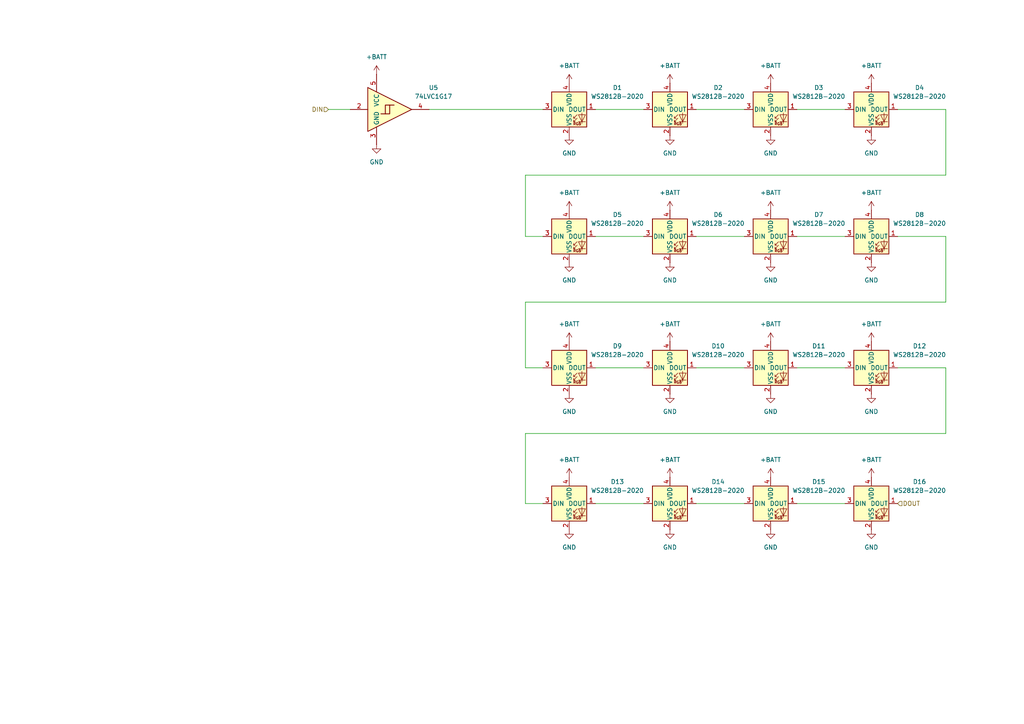
<source format=kicad_sch>
(kicad_sch (version 20231120) (generator "eeschema") (generator_version "8.0")
  (paper "A4")
  (title_block (title "WS2812 addressable LED chain") (date "2024-05-26") (rev "1.0"))
  (lib_symbols
    (symbol "74xGxx:74LVC1G17"
      (property "Reference" "U" (at 0 3.81 0))
      (property "Value" "74LVC1G17" (at 0 -3.81 0))
      (symbol "74LVC1G17_0_1"
        (polyline (pts (xy -7.62 6.35) (xy -7.62 -6.35) (xy 5.08 0) (xy -7.62 6.35)) (stroke (width 0.254)) (fill (type background)))
        (polyline (pts (xy -3.81 -1.27) (xy -2.54 -1.27) (xy -2.54 1.27) (xy -1.27 1.27)) (stroke (width 0.254)) (fill (type background)))
        (polyline (pts (xy -2.54 -1.27) (xy -1.27 -1.27) (xy -1.27 1.27) (xy 0 1.27)) (stroke (width 0.254)) (fill (type background)))
      )
      (symbol "74LVC1G17_1_1"
        (pin no_connect line (at -7.62 5.08 180) (length 5.08) hide (name "NC") (number "1"))
        (pin input line (at -12.7 0 0) (length 5.08) (name "~") (number "2"))
        (pin power_in line (at -5.08 -10.16 90) (length 5.08) (name "GND") (number "3"))
        (pin output line (at 10.16 0 180) (length 5.08) (name "~") (number "4"))
        (pin power_in line (at -5.08 10.16 270) (length 5.08) (name "VCC") (number "5"))
      )
    )
    (symbol "LED:WS2812B-2020" (pin_names (offset 0.254))
      (property "Reference" "D" (at 5.08 5.715 0))
      (property "Value" "WS2812B-2020" (at 1.27 -5.715 0))
      (symbol "WS2812B-2020_0_0"
        (text "RGB" (at 2.286 -4.191 0) (effects (font (size 0.762 0.762))))
      )
      (symbol "WS2812B-2020_0_1"
        (polyline (pts (xy 1.27 -3.556) (xy 1.778 -3.556)))
        (polyline (pts (xy 1.27 -2.54) (xy 1.778 -2.54)))
        (polyline (pts (xy 4.699 -3.556) (xy 2.667 -3.556)))
        (polyline (pts (xy 2.286 -2.54) (xy 1.27 -3.556) (xy 1.27 -3.048)))
        (polyline (pts (xy 2.286 -1.524) (xy 1.27 -2.54) (xy 1.27 -2.032)))
        (polyline (pts (xy 3.683 -1.016) (xy 3.683 -3.556) (xy 3.683 -4.064)))
        (polyline (pts (xy 4.699 -1.524) (xy 2.667 -1.524) (xy 3.683 -3.556) (xy 4.699 -1.524)))
        (rectangle (start 5.08 5.08) (end -5.08 -5.08) (stroke (width 0.254)) (fill (type background)))
      )
      (symbol "WS2812B-2020_1_1"
        (pin output line (at 7.62 0 180) (length 2.54) (name "DOUT") (number "1"))
        (pin power_in line (at 0 -7.62 90) (length 2.54) (name "VSS") (number "2"))
        (pin input line (at -7.62 0 0) (length 2.54) (name "DIN") (number "3"))
        (pin power_in line (at 0 7.62 270) (length 2.54) (name "VDD") (number "4"))
      )
    )
    (symbol "power:+BATT" (power) (pin_numbers hide) (pin_names (offset 0) hide)
      (property "Value" "+BATT" (at 0 3.556 0))
      (symbol "+BATT_0_1"
        (polyline (pts (xy -0.762 1.27) (xy 0 2.54)))
        (polyline (pts (xy 0 0) (xy 0 2.54)))
        (polyline (pts (xy 0 2.54) (xy 0.762 1.27)))
      )
      (symbol "+BATT_1_1"
        (pin power_in line (at 0 0 90) (length 0) (name "~") (number "1"))
      )
    )
    (symbol "power:GND" (power) (pin_numbers hide) (pin_names (offset 0) hide)
      (property "Value" "GND" (at 0 -3.81 0))
      (symbol "GND_0_1"
        (polyline (pts (xy 0 0) (xy 0 -1.27) (xy 1.27 -1.27) (xy 0 -2.54) (xy -1.27 -1.27) (xy 0 -1.27)))
      )
      (symbol "GND_1_1"
        (pin power_in line (at 0 0 270) (length 0) (name "~") (number "1"))
      )
    )
  )
  (wire (pts (xy 231.14 68.58) (xy 245.11 68.58)))
  (wire (pts (xy 201.93 68.58) (xy 215.9 68.58)))
  (wire (pts (xy 172.72 106.68) (xy 186.69 106.68)))
  (wire (pts (xy 95.25 31.75) (xy 101.6 31.75)))
  (wire (pts (xy 152.4 50.8) (xy 152.4 68.58)))
  (wire (pts (xy 274.32 68.58) (xy 274.32 87.63)))
  (wire (pts (xy 274.32 50.8) (xy 152.4 50.8)))
  (wire (pts (xy 152.4 68.58) (xy 157.48 68.58)))
  (wire (pts (xy 231.14 31.75) (xy 245.11 31.75)))
  (wire (pts (xy 172.72 31.75) (xy 186.69 31.75)))
  (wire (pts (xy 172.72 68.58) (xy 186.69 68.58)))
  (wire (pts (xy 201.93 31.75) (xy 215.9 31.75)))
  (wire (pts (xy 201.93 146.05) (xy 215.9 146.05)))
  (wire (pts (xy 231.14 146.05) (xy 245.11 146.05)))
  (wire (pts (xy 274.32 125.73) (xy 152.4 125.73)))
  (wire (pts (xy 274.32 87.63) (xy 152.4 87.63)))
  (wire (pts (xy 152.4 125.73) (xy 152.4 146.05)))
  (wire (pts (xy 152.4 146.05) (xy 157.48 146.05)))
  (wire (pts (xy 260.35 31.75) (xy 274.32 31.75)))
  (wire (pts (xy 152.4 87.63) (xy 152.4 106.68)))
  (wire (pts (xy 231.14 106.68) (xy 245.11 106.68)))
  (wire (pts (xy 260.35 68.58) (xy 274.32 68.58)))
  (wire (pts (xy 260.35 106.68) (xy 274.32 106.68)))
  (wire (pts (xy 172.72 146.05) (xy 186.69 146.05)))
  (wire (pts (xy 274.32 31.75) (xy 274.32 50.8)))
  (wire (pts (xy 124.46 31.75) (xy 157.48 31.75)))
  (wire (pts (xy 152.4 106.68) (xy 157.48 106.68)))
  (wire (pts (xy 201.93 106.68) (xy 215.9 106.68)))
  (wire (pts (xy 274.32 106.68) (xy 274.32 125.73)))
  (hierarchical_label "DIN" (shape input) (at 95.25 31.75 180))
  (hierarchical_label "DOUT" (shape input) (at 260.35 146.05 0))
  (symbol (lib_id "power:+BATT") (at 165.1 60.96 0) (unit 1)
    (property "Reference" "#PWR046" (effects (hide yes)))
    (property "Value" "+BATT" (at 165.1 55.88 0))
    (property "Description" "Power symbol creates a global label with name \"+BATT\"" (effects (hide yes)))
  )
  (symbol (lib_id "LED:WS2812B-2020") (at 165.1 31.75 0) (unit 1)
    (property "Reference" "D1" (at 179.07 25.4314 0))
    (property "Value" "WS2812B-2020" (at 179.07 27.9714 0))
    (property "Footprint" "LED_SMD:LED_WS2812B-2020_PLCC4_2.0x2.0mm" (effects (hide yes)))
    (property "Datasheet" "https://cdn-shop.adafruit.com/product-files/4684/4684_WS2812B-2020_V1.3_EN.pdf" (effects (hide yes)))
    (property "Description" "RGB LED with integrated controller, 2.0 x 2.0 mm, 12 mA" (effects (hide yes)))
  )
  (symbol (lib_id "power:+BATT") (at 194.31 99.06 0) (unit 1)
    (property "Reference" "#PWR056" (effects (hide yes)))
    (property "Value" "+BATT" (at 194.31 93.98 0))
    (property "Description" "Power symbol creates a global label with name \"+BATT\"" (effects (hide yes)))
  )
  (symbol (lib_id "power:GND") (at 194.31 114.3 0) (unit 1)
    (property "Reference" "#PWR057" (effects (hide yes)))
    (property "Value" "GND" (at 194.31 119.38 0))
    (property "Description" "Power symbol creates a global label with name \"GND\" , ground" (effects (hide yes)))
  )
  (symbol (lib_id "LED:WS2812B-2020") (at 194.31 106.68 0) (unit 1)
    (property "Reference" "D10" (at 208.28 100.3614 0))
    (property "Value" "WS2812B-2020" (at 208.28 102.9014 0))
    (property "Footprint" "LED_SMD:LED_WS2812B-2020_PLCC4_2.0x2.0mm" (effects (hide yes)))
    (property "Datasheet" "https://cdn-shop.adafruit.com/product-files/4684/4684_WS2812B-2020_V1.3_EN.pdf" (effects (hide yes)))
    (property "Description" "RGB LED with integrated controller, 2.0 x 2.0 mm, 12 mA" (effects (hide yes)))
  )
  (symbol (lib_id "LED:WS2812B-2020") (at 252.73 106.68 0) (unit 1)
    (property "Reference" "D12" (at 266.7 100.3614 0))
    (property "Value" "WS2812B-2020" (at 266.7 102.9014 0))
    (property "Footprint" "LED_SMD:LED_WS2812B-2020_PLCC4_2.0x2.0mm" (effects (hide yes)))
    (property "Datasheet" "https://cdn-shop.adafruit.com/product-files/4684/4684_WS2812B-2020_V1.3_EN.pdf" (effects (hide yes)))
    (property "Description" "RGB LED with integrated controller, 2.0 x 2.0 mm, 12 mA" (effects (hide yes)))
  )
  (symbol (lib_id "LED:WS2812B-2020") (at 223.52 106.68 0) (unit 1)
    (property "Reference" "D11" (at 237.49 100.3614 0))
    (property "Value" "WS2812B-2020" (at 237.49 102.9014 0))
    (property "Footprint" "LED_SMD:LED_WS2812B-2020_PLCC4_2.0x2.0mm" (effects (hide yes)))
    (property "Datasheet" "https://cdn-shop.adafruit.com/product-files/4684/4684_WS2812B-2020_V1.3_EN.pdf" (effects (hide yes)))
    (property "Description" "RGB LED with integrated controller, 2.0 x 2.0 mm, 12 mA" (effects (hide yes)))
  )
  (symbol (lib_id "power:GND") (at 223.52 39.37 0) (unit 1)
    (property "Reference" "#PWR061" (effects (hide yes)))
    (property "Value" "GND" (at 223.52 44.45 0))
    (property "Description" "Power symbol creates a global label with name \"GND\" , ground" (effects (hide yes)))
  )
  (symbol (lib_id "power:GND") (at 223.52 153.67 0) (unit 1)
    (property "Reference" "#PWR067" (effects (hide yes)))
    (property "Value" "GND" (at 223.52 158.75 0))
    (property "Description" "Power symbol creates a global label with name \"GND\" , ground" (effects (hide yes)))
  )
  (symbol (lib_id "power:+BATT") (at 252.73 99.06 0) (unit 1)
    (property "Reference" "#PWR072" (effects (hide yes)))
    (property "Value" "+BATT" (at 252.73 93.98 0))
    (property "Description" "Power symbol creates a global label with name \"+BATT\"" (effects (hide yes)))
  )
  (symbol (lib_id "power:GND") (at 252.73 39.37 0) (unit 1)
    (property "Reference" "#PWR069" (effects (hide yes)))
    (property "Value" "GND" (at 252.73 44.45 0))
    (property "Description" "Power symbol creates a global label with name \"GND\" , ground" (effects (hide yes)))
  )
  (symbol (lib_id "LED:WS2812B-2020") (at 194.31 146.05 0) (unit 1)
    (property "Reference" "D14" (at 208.28 139.7314 0))
    (property "Value" "WS2812B-2020" (at 208.28 142.2714 0))
    (property "Footprint" "LED_SMD:LED_WS2812B-2020_PLCC4_2.0x2.0mm" (effects (hide yes)))
    (property "Datasheet" "https://cdn-shop.adafruit.com/product-files/4684/4684_WS2812B-2020_V1.3_EN.pdf" (effects (hide yes)))
    (property "Description" "RGB LED with integrated controller, 2.0 x 2.0 mm, 12 mA" (effects (hide yes)))
  )
  (symbol (lib_id "power:GND") (at 165.1 39.37 0) (unit 1)
    (property "Reference" "#PWR045" (effects (hide yes)))
    (property "Value" "GND" (at 165.1 44.45 0))
    (property "Description" "Power symbol creates a global label with name \"GND\" , ground" (effects (hide yes)))
  )
  (symbol (lib_id "LED:WS2812B-2020") (at 223.52 146.05 0) (unit 1)
    (property "Reference" "D15" (at 237.49 139.7314 0))
    (property "Value" "WS2812B-2020" (at 237.49 142.2714 0))
    (property "Footprint" "LED_SMD:LED_WS2812B-2020_PLCC4_2.0x2.0mm" (effects (hide yes)))
    (property "Datasheet" "https://cdn-shop.adafruit.com/product-files/4684/4684_WS2812B-2020_V1.3_EN.pdf" (effects (hide yes)))
    (property "Description" "RGB LED with integrated controller, 2.0 x 2.0 mm, 12 mA" (effects (hide yes)))
  )
  (symbol (lib_id "power:+BATT") (at 194.31 138.43 0) (unit 1)
    (property "Reference" "#PWR058" (effects (hide yes)))
    (property "Value" "+BATT" (at 194.31 133.35 0))
    (property "Description" "Power symbol creates a global label with name \"+BATT\"" (effects (hide yes)))
  )
  (symbol (lib_id "LED:WS2812B-2020") (at 223.52 31.75 0) (unit 1)
    (property "Reference" "D3" (at 237.49 25.4314 0))
    (property "Value" "WS2812B-2020" (at 237.49 27.9714 0))
    (property "Footprint" "LED_SMD:LED_WS2812B-2020_PLCC4_2.0x2.0mm" (effects (hide yes)))
    (property "Datasheet" "https://cdn-shop.adafruit.com/product-files/4684/4684_WS2812B-2020_V1.3_EN.pdf" (effects (hide yes)))
    (property "Description" "RGB LED with integrated controller, 2.0 x 2.0 mm, 12 mA" (effects (hide yes)))
  )
  (symbol (lib_id "power:+BATT") (at 165.1 138.43 0) (unit 1)
    (property "Reference" "#PWR050" (effects (hide yes)))
    (property "Value" "+BATT" (at 165.1 133.35 0))
    (property "Description" "Power symbol creates a global label with name \"+BATT\"" (effects (hide yes)))
  )
  (symbol (lib_id "74xGxx:74LVC1G17") (at 114.3 31.75 0) (unit 1)
    (property "Reference" "U5" (at 125.73 25.4314 0))
    (property "Value" "74LVC1G17" (at 125.73 27.9714 0))
    (property "Footprint" "Package_TO_SOT_SMD:SOT-23-5" (effects (hide yes)))
    (property "Datasheet" "https://www.ti.com/lit/ds/symlink/sn74lvc1g17.pdf" (effects (hide yes)))
    (property "Description" "Single Schmitt Buffer Gate, Low-Voltage CMOS" (effects (hide yes)))
  )
  (symbol (lib_id "power:GND") (at 165.1 153.67 0) (unit 1)
    (property "Reference" "#PWR051" (effects (hide yes)))
    (property "Value" "GND" (at 165.1 158.75 0))
    (property "Description" "Power symbol creates a global label with name \"GND\" , ground" (effects (hide yes)))
  )
  (symbol (lib_id "power:+BATT") (at 223.52 24.13 0) (unit 1)
    (property "Reference" "#PWR060" (effects (hide yes)))
    (property "Value" "+BATT" (at 223.52 19.05 0))
    (property "Description" "Power symbol creates a global label with name \"+BATT\"" (effects (hide yes)))
  )
  (symbol (lib_id "power:GND") (at 165.1 76.2 0) (unit 1)
    (property "Reference" "#PWR047" (effects (hide yes)))
    (property "Value" "GND" (at 165.1 81.28 0))
    (property "Description" "Power symbol creates a global label with name \"GND\" , ground" (effects (hide yes)))
  )
  (symbol (lib_id "power:+BATT") (at 223.52 99.06 0) (unit 1)
    (property "Reference" "#PWR064" (effects (hide yes)))
    (property "Value" "+BATT" (at 223.52 93.98 0))
    (property "Description" "Power symbol creates a global label with name \"+BATT\"" (effects (hide yes)))
  )
  (symbol (lib_id "power:+BATT") (at 109.22 21.59 0) (unit 1)
    (property "Reference" "#PWR042" (effects (hide yes)))
    (property "Value" "+BATT" (at 109.22 16.51 0))
    (property "Description" "Power symbol creates a global label with name \"+BATT\"" (effects (hide yes)))
  )
  (symbol (lib_id "power:+BATT") (at 223.52 138.43 0) (unit 1)
    (property "Reference" "#PWR066" (effects (hide yes)))
    (property "Value" "+BATT" (at 223.52 133.35 0))
    (property "Description" "Power symbol creates a global label with name \"+BATT\"" (effects (hide yes)))
  )
  (symbol (lib_id "power:+BATT") (at 252.73 24.13 0) (unit 1)
    (property "Reference" "#PWR068" (effects (hide yes)))
    (property "Value" "+BATT" (at 252.73 19.05 0))
    (property "Description" "Power symbol creates a global label with name \"+BATT\"" (effects (hide yes)))
  )
  (symbol (lib_id "power:+BATT") (at 194.31 24.13 0) (unit 1)
    (property "Reference" "#PWR052" (effects (hide yes)))
    (property "Value" "+BATT" (at 194.31 19.05 0))
    (property "Description" "Power symbol creates a global label with name \"+BATT\"" (effects (hide yes)))
  )
  (symbol (lib_id "LED:WS2812B-2020") (at 165.1 68.58 0) (unit 1)
    (property "Reference" "D5" (at 179.07 62.2614 0))
    (property "Value" "WS2812B-2020" (at 179.07 64.8014 0))
    (property "Footprint" "LED_SMD:LED_WS2812B-2020_PLCC4_2.0x2.0mm" (effects (hide yes)))
    (property "Datasheet" "https://cdn-shop.adafruit.com/product-files/4684/4684_WS2812B-2020_V1.3_EN.pdf" (effects (hide yes)))
    (property "Description" "RGB LED with integrated controller, 2.0 x 2.0 mm, 12 mA" (effects (hide yes)))
  )
  (symbol (lib_id "power:+BATT") (at 252.73 138.43 0) (unit 1)
    (property "Reference" "#PWR074" (effects (hide yes)))
    (property "Value" "+BATT" (at 252.73 133.35 0))
    (property "Description" "Power symbol creates a global label with name \"+BATT\"" (effects (hide yes)))
  )
  (symbol (lib_id "power:+BATT") (at 252.73 60.96 0) (unit 1)
    (property "Reference" "#PWR070" (effects (hide yes)))
    (property "Value" "+BATT" (at 252.73 55.88 0))
    (property "Description" "Power symbol creates a global label with name \"+BATT\"" (effects (hide yes)))
  )
  (symbol (lib_id "power:+BATT") (at 223.52 60.96 0) (unit 1)
    (property "Reference" "#PWR062" (effects (hide yes)))
    (property "Value" "+BATT" (at 223.52 55.88 0))
    (property "Description" "Power symbol creates a global label with name \"+BATT\"" (effects (hide yes)))
  )
  (symbol (lib_id "LED:WS2812B-2020") (at 165.1 106.68 0) (unit 1)
    (property "Reference" "D9" (at 179.07 100.3614 0))
    (property "Value" "WS2812B-2020" (at 179.07 102.9014 0))
    (property "Footprint" "LED_SMD:LED_WS2812B-2020_PLCC4_2.0x2.0mm" (effects (hide yes)))
    (property "Datasheet" "https://cdn-shop.adafruit.com/product-files/4684/4684_WS2812B-2020_V1.3_EN.pdf" (effects (hide yes)))
    (property "Description" "RGB LED with integrated controller, 2.0 x 2.0 mm, 12 mA" (effects (hide yes)))
  )
  (symbol (lib_id "power:GND") (at 165.1 114.3 0) (unit 1)
    (property "Reference" "#PWR049" (effects (hide yes)))
    (property "Value" "GND" (at 165.1 119.38 0))
    (property "Description" "Power symbol creates a global label with name \"GND\" , ground" (effects (hide yes)))
  )
  (symbol (lib_id "LED:WS2812B-2020") (at 165.1 146.05 0) (unit 1)
    (property "Reference" "D13" (at 179.07 139.7314 0))
    (property "Value" "WS2812B-2020" (at 179.07 142.2714 0))
    (property "Footprint" "LED_SMD:LED_WS2812B-2020_PLCC4_2.0x2.0mm" (effects (hide yes)))
    (property "Datasheet" "https://cdn-shop.adafruit.com/product-files/4684/4684_WS2812B-2020_V1.3_EN.pdf" (effects (hide yes)))
    (property "Description" "RGB LED with integrated controller, 2.0 x 2.0 mm, 12 mA" (effects (hide yes)))
  )
  (symbol (lib_id "power:GND") (at 194.31 76.2 0) (unit 1)
    (property "Reference" "#PWR055" (effects (hide yes)))
    (property "Value" "GND" (at 194.31 81.28 0))
    (property "Description" "Power symbol creates a global label with name \"GND\" , ground" (effects (hide yes)))
  )
  (symbol (lib_id "power:+BATT") (at 165.1 99.06 0) (unit 1)
    (property "Reference" "#PWR048" (effects (hide yes)))
    (property "Value" "+BATT" (at 165.1 93.98 0))
    (property "Description" "Power symbol creates a global label with name \"+BATT\"" (effects (hide yes)))
  )
  (symbol (lib_id "power:GND") (at 223.52 76.2 0) (unit 1)
    (property "Reference" "#PWR063" (effects (hide yes)))
    (property "Value" "GND" (at 223.52 81.28 0))
    (property "Description" "Power symbol creates a global label with name \"GND\" , ground" (effects (hide yes)))
  )
  (symbol (lib_id "power:GND") (at 194.31 153.67 0) (unit 1)
    (property "Reference" "#PWR059" (effects (hide yes)))
    (property "Value" "GND" (at 194.31 158.75 0))
    (property "Description" "Power symbol creates a global label with name \"GND\" , ground" (effects (hide yes)))
  )
  (symbol (lib_id "LED:WS2812B-2020") (at 252.73 68.58 0) (unit 1)
    (property "Reference" "D8" (at 266.7 62.2614 0))
    (property "Value" "WS2812B-2020" (at 266.7 64.8014 0))
    (property "Footprint" "LED_SMD:LED_WS2812B-2020_PLCC4_2.0x2.0mm" (effects (hide yes)))
    (property "Datasheet" "https://cdn-shop.adafruit.com/product-files/4684/4684_WS2812B-2020_V1.3_EN.pdf" (effects (hide yes)))
    (property "Description" "RGB LED with integrated controller, 2.0 x 2.0 mm, 12 mA" (effects (hide yes)))
  )
  (symbol (lib_id "power:GND") (at 109.22 41.91 0) (unit 1)
    (property "Reference" "#PWR043" (effects (hide yes)))
    (property "Value" "GND" (at 109.22 46.99 0))
    (property "Description" "Power symbol creates a global label with name \"GND\" , ground" (effects (hide yes)))
  )
  (symbol (lib_id "power:GND") (at 252.73 153.67 0) (unit 1)
    (property "Reference" "#PWR075" (effects (hide yes)))
    (property "Value" "GND" (at 252.73 158.75 0))
    (property "Description" "Power symbol creates a global label with name \"GND\" , ground" (effects (hide yes)))
  )
  (symbol (lib_id "power:GND") (at 252.73 76.2 0) (unit 1)
    (property "Reference" "#PWR071" (effects (hide yes)))
    (property "Value" "GND" (at 252.73 81.28 0))
    (property "Description" "Power symbol creates a global label with name \"GND\" , ground" (effects (hide yes)))
  )
  (symbol (lib_id "LED:WS2812B-2020") (at 194.31 68.58 0) (unit 1)
    (property "Reference" "D6" (at 208.28 62.2614 0))
    (property "Value" "WS2812B-2020" (at 208.28 64.8014 0))
    (property "Footprint" "LED_SMD:LED_WS2812B-2020_PLCC4_2.0x2.0mm" (effects (hide yes)))
    (property "Datasheet" "https://cdn-shop.adafruit.com/product-files/4684/4684_WS2812B-2020_V1.3_EN.pdf" (effects (hide yes)))
    (property "Description" "RGB LED with integrated controller, 2.0 x 2.0 mm, 12 mA" (effects (hide yes)))
  )
  (symbol (lib_id "power:GND") (at 194.31 39.37 0) (unit 1)
    (property "Reference" "#PWR053" (effects (hide yes)))
    (property "Value" "GND" (at 194.31 44.45 0))
    (property "Description" "Power symbol creates a global label with name \"GND\" , ground" (effects (hide yes)))
  )
  (symbol (lib_id "power:+BATT") (at 165.1 24.13 0) (unit 1)
    (property "Reference" "#PWR044" (effects (hide yes)))
    (property "Value" "+BATT" (at 165.1 19.05 0))
    (property "Description" "Power symbol creates a global label with name \"+BATT\"" (effects (hide yes)))
  )
  (symbol (lib_id "LED:WS2812B-2020") (at 252.73 31.75 0) (unit 1)
    (property "Reference" "D4" (at 266.7 25.4314 0))
    (property "Value" "WS2812B-2020" (at 266.7 27.9714 0))
    (property "Footprint" "LED_SMD:LED_WS2812B-2020_PLCC4_2.0x2.0mm" (effects (hide yes)))
    (property "Datasheet" "https://cdn-shop.adafruit.com/product-files/4684/4684_WS2812B-2020_V1.3_EN.pdf" (effects (hide yes)))
    (property "Description" "RGB LED with integrated controller, 2.0 x 2.0 mm, 12 mA" (effects (hide yes)))
  )
  (symbol (lib_id "power:GND") (at 223.52 114.3 0) (unit 1)
    (property "Reference" "#PWR065" (effects (hide yes)))
    (property "Value" "GND" (at 223.52 119.38 0))
    (property "Description" "Power symbol creates a global label with name \"GND\" , ground" (effects (hide yes)))
  )
  (symbol (lib_id "power:+BATT") (at 194.31 60.96 0) (unit 1)
    (property "Reference" "#PWR054" (effects (hide yes)))
    (property "Value" "+BATT" (at 194.31 55.88 0))
    (property "Description" "Power symbol creates a global label with name \"+BATT\"" (effects (hide yes)))
  )
  (symbol (lib_id "power:GND") (at 252.73 114.3 0) (unit 1)
    (property "Reference" "#PWR073" (effects (hide yes)))
    (property "Value" "GND" (at 252.73 119.38 0))
    (property "Description" "Power symbol creates a global label with name \"GND\" , ground" (effects (hide yes)))
  )
  (symbol (lib_id "LED:WS2812B-2020") (at 252.73 146.05 0) (unit 1)
    (property "Reference" "D16" (at 266.7 139.7314 0))
    (property "Value" "WS2812B-2020" (at 266.7 142.2714 0))
    (property "Footprint" "LED_SMD:LED_WS2812B-2020_PLCC4_2.0x2.0mm" (effects (hide yes)))
    (property "Datasheet" "https://cdn-shop.adafruit.com/product-files/4684/4684_WS2812B-2020_V1.3_EN.pdf" (effects (hide yes)))
    (property "Description" "RGB LED with integrated controller, 2.0 x 2.0 mm, 12 mA" (effects (hide yes)))
  )
  (symbol (lib_id "LED:WS2812B-2020") (at 223.52 68.58 0) (unit 1)
    (property "Reference" "D7" (at 237.49 62.2614 0))
    (property "Value" "WS2812B-2020" (at 237.49 64.8014 0))
    (property "Footprint" "LED_SMD:LED_WS2812B-2020_PLCC4_2.0x2.0mm" (effects (hide yes)))
    (property "Datasheet" "https://cdn-shop.adafruit.com/product-files/4684/4684_WS2812B-2020_V1.3_EN.pdf" (effects (hide yes)))
    (property "Description" "RGB LED with integrated controller, 2.0 x 2.0 mm, 12 mA" (effects (hide yes)))
  )
  (symbol (lib_id "LED:WS2812B-2020") (at 194.31 31.75 0) (unit 1)
    (property "Reference" "D2" (at 208.28 25.4314 0))
    (property "Value" "WS2812B-2020" (at 208.28 27.9714 0))
    (property "Footprint" "LED_SMD:LED_WS2812B-2020_PLCC4_2.0x2.0mm" (effects (hide yes)))
    (property "Datasheet" "https://cdn-shop.adafruit.com/product-files/4684/4684_WS2812B-2020_V1.3_EN.pdf" (effects (hide yes)))
    (property "Description" "RGB LED with integrated controller, 2.0 x 2.0 mm, 12 mA" (effects (hide yes)))
  )
)
</source>
